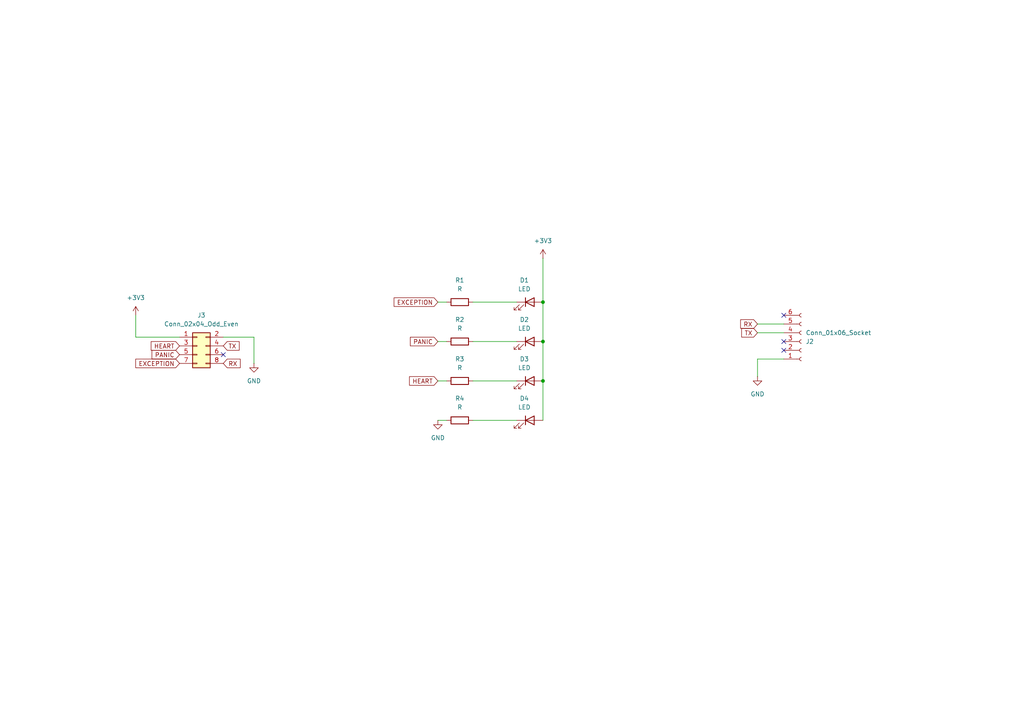
<source format=kicad_sch>
(kicad_sch (version 20250114) (generator "eeschema") (generator_version "9.0")
  (paper "A4")
  (lib_symbols
    (symbol "Connector:Conn_01x06_Socket" (pin_names (offset 1.016) (hide yes))
      (property "Reference" "J" (at 0 7.62 0))
      (property "Value" "Conn_01x06_Socket" (at 0 -10.16 0))
      (symbol "Conn_01x06_Socket_1_1"
        (polyline (pts (xy -1.27 5.08) (xy -0.508 5.08)) (stroke (width 0.1524)))
        (polyline (pts (xy -1.27 2.54) (xy -0.508 2.54)) (stroke (width 0.1524)))
        (polyline (pts (xy -1.27 0) (xy -0.508 0)) (stroke (width 0.1524)))
        (polyline (pts (xy -1.27 -2.54) (xy -0.508 -2.54)) (stroke (width 0.1524)))
        (polyline (pts (xy -1.27 -5.08) (xy -0.508 -5.08)) (stroke (width 0.1524)))
        (polyline (pts (xy -1.27 -7.62) (xy -0.508 -7.62)) (stroke (width 0.1524)))
        (arc (start 0 4.572) (mid -0.5058 5.08) (end 0 5.588) (stroke (width 0.1524)))
        (arc (start 0 2.032) (mid -0.5058 2.54) (end 0 3.048) (stroke (width 0.1524)))
        (arc (start 0 -0.508) (mid -0.5058 0) (end 0 0.508) (stroke (width 0.1524)))
        (arc (start 0 -3.048) (mid -0.5058 -2.54) (end 0 -2.032) (stroke (width 0.1524)))
        (arc (start 0 -5.588) (mid -0.5058 -5.08) (end 0 -4.572) (stroke (width 0.1524)))
        (arc (start 0 -8.128) (mid -0.5058 -7.62) (end 0 -7.112) (stroke (width 0.1524)))
        (pin passive line (at -5.08 5.08 0) (length 3.81) (name "Pin_1") (number "1"))
        (pin passive line (at -5.08 2.54 0) (length 3.81) (name "Pin_2") (number "2"))
        (pin passive line (at -5.08 0 0) (length 3.81) (name "Pin_3") (number "3"))
        (pin passive line (at -5.08 -2.54 0) (length 3.81) (name "Pin_4") (number "4"))
        (pin passive line (at -5.08 -5.08 0) (length 3.81) (name "Pin_5") (number "5"))
        (pin passive line (at -5.08 -7.62 0) (length 3.81) (name "Pin_6") (number "6"))
      )
    )
    (symbol "Connector_Generic:Conn_02x04_Odd_Even" (pin_names (offset 1.016) (hide yes))
      (property "Reference" "J" (at 1.27 5.08 0))
      (property "Value" "Conn_02x04_Odd_Even" (at 1.27 -7.62 0))
      (symbol "Conn_02x04_Odd_Even_1_1"
        (rectangle (start -1.27 3.81) (end 3.81 -6.35) (stroke (width 0.254)) (fill (type background)))
        (rectangle (start -1.27 2.667) (end 0 2.413) (stroke (width 0.1524)))
        (rectangle (start -1.27 0.127) (end 0 -0.127) (stroke (width 0.1524)))
        (rectangle (start -1.27 -2.413) (end 0 -2.667) (stroke (width 0.1524)))
        (rectangle (start -1.27 -4.953) (end 0 -5.207) (stroke (width 0.1524)))
        (rectangle (start 3.81 2.667) (end 2.54 2.413) (stroke (width 0.1524)))
        (rectangle (start 3.81 0.127) (end 2.54 -0.127) (stroke (width 0.1524)))
        (rectangle (start 3.81 -2.413) (end 2.54 -2.667) (stroke (width 0.1524)))
        (rectangle (start 3.81 -4.953) (end 2.54 -5.207) (stroke (width 0.1524)))
        (pin passive line (at -5.08 2.54 0) (length 3.81) (name "Pin_1") (number "1"))
        (pin passive line (at -5.08 0 0) (length 3.81) (name "Pin_3") (number "3"))
        (pin passive line (at -5.08 -2.54 0) (length 3.81) (name "Pin_5") (number "5"))
        (pin passive line (at -5.08 -5.08 0) (length 3.81) (name "Pin_7") (number "7"))
        (pin passive line (at 7.62 2.54 180) (length 3.81) (name "Pin_2") (number "2"))
        (pin passive line (at 7.62 0 180) (length 3.81) (name "Pin_4") (number "4"))
        (pin passive line (at 7.62 -2.54 180) (length 3.81) (name "Pin_6") (number "6"))
        (pin passive line (at 7.62 -5.08 180) (length 3.81) (name "Pin_8") (number "8"))
      )
    )
    (symbol "Device:LED" (pin_numbers (hide yes)) (pin_names (offset 1.016) (hide yes))
      (property "Reference" "D" (at 0 2.54 0))
      (property "Value" "LED" (at 0 -2.54 0))
      (symbol "LED_0_1"
        (polyline (pts (xy -3.048 -0.762) (xy -4.572 -2.286) (xy -3.81 -2.286) (xy -4.572 -2.286) (xy -4.572 -1.524)))
        (polyline (pts (xy -1.778 -0.762) (xy -3.302 -2.286) (xy -2.54 -2.286) (xy -3.302 -2.286) (xy -3.302 -1.524)))
        (polyline (pts (xy -1.27 0) (xy 1.27 0)))
        (polyline (pts (xy -1.27 -1.27) (xy -1.27 1.27)) (stroke (width 0.254)))
        (polyline (pts (xy 1.27 -1.27) (xy 1.27 1.27) (xy -1.27 0) (xy 1.27 -1.27)) (stroke (width 0.254)))
      )
      (symbol "LED_1_1"
        (pin passive line (at -3.81 0 0) (length 2.54) (name "K") (number "1"))
        (pin passive line (at 3.81 0 180) (length 2.54) (name "A") (number "2"))
      )
    )
    (symbol "Device:R" (pin_numbers (hide yes)) (pin_names (offset 0))
      (property "Reference" "R" (at 2.032 0 90))
      (property "Value" "R" (at 0 0 90))
      (symbol "R_0_1"
        (rectangle (start -1.016 -2.54) (end 1.016 2.54) (stroke (width 0.254)))
      )
      (symbol "R_1_1"
        (pin passive line (at 0 3.81 270) (length 1.27) (name "~") (number "1"))
        (pin passive line (at 0 -3.81 90) (length 1.27) (name "~") (number "2"))
      )
    )
    (symbol "power:+3V3" (power) (pin_numbers (hide yes)) (pin_names (offset 0) (hide yes))
      (property "Value" "+3V3" (at 0 3.556 0))
      (symbol "+3V3_0_1"
        (polyline (pts (xy -0.762 1.27) (xy 0 2.54)))
        (polyline (pts (xy 0 2.54) (xy 0.762 1.27)))
        (polyline (pts (xy 0 0) (xy 0 2.54)))
      )
      (symbol "+3V3_1_1"
        (pin power_in line (at 0 0 90) (length 0) (name "~") (number "1"))
      )
    )
    (symbol "power:GND" (power) (pin_numbers (hide yes)) (pin_names (offset 0) (hide yes))
      (property "Value" "GND" (at 0 -3.81 0))
      (symbol "GND_0_1"
        (polyline (pts (xy 0 0) (xy 0 -1.27) (xy 1.27 -1.27) (xy 0 -2.54) (xy -1.27 -1.27) (xy 0 -1.27)))
      )
      (symbol "GND_1_1"
        (pin power_in line (at 0 0 270) (length 0) (name "~") (number "1"))
      )
    )
  )
  (junction (at 157.48 87.63))
  (junction (at 157.48 110.49))
  (junction (at 157.48 99.06))
  (no_connect (at 227.33 101.6))
  (no_connect (at 227.33 91.44))
  (no_connect (at 64.77 102.87))
  (no_connect (at 227.33 99.06))
  (wire (pts (xy 157.48 110.49) (xy 157.48 121.92)))
  (wire (pts (xy 157.48 74.93) (xy 157.48 87.63)))
  (wire (pts (xy 73.66 97.79) (xy 73.66 105.41)))
  (wire (pts (xy 127 110.49) (xy 129.54 110.49)))
  (wire (pts (xy 137.16 99.06) (xy 149.86 99.06)))
  (wire (pts (xy 127 87.63) (xy 129.54 87.63)))
  (wire (pts (xy 219.71 93.98) (xy 227.33 93.98)))
  (wire (pts (xy 137.16 110.49) (xy 149.86 110.49)))
  (wire (pts (xy 157.48 87.63) (xy 157.48 99.06)))
  (wire (pts (xy 127 121.92) (xy 129.54 121.92)))
  (wire (pts (xy 52.07 97.79) (xy 39.37 97.79)))
  (wire (pts (xy 157.48 99.06) (xy 157.48 110.49)))
  (wire (pts (xy 137.16 87.63) (xy 149.86 87.63)))
  (wire (pts (xy 219.71 96.52) (xy 227.33 96.52)))
  (wire (pts (xy 127 99.06) (xy 129.54 99.06)))
  (wire (pts (xy 137.16 121.92) (xy 149.86 121.92)))
  (wire (pts (xy 39.37 97.79) (xy 39.37 91.44)))
  (wire (pts (xy 219.71 104.14) (xy 227.33 104.14)))
  (wire (pts (xy 64.77 97.79) (xy 73.66 97.79)))
  (wire (pts (xy 219.71 109.22) (xy 219.71 104.14)))
  (global_label "RX" (shape input) (at 219.71 93.98 180) (property "Intersheetrefs" "${INTERSHEET_REFS}" (effects (hide yes))))
  (global_label "TX" (shape input) (at 219.71 96.52 180) (property "Intersheetrefs" "${INTERSHEET_REFS}" (effects (hide yes))))
  (global_label "RX" (shape input) (at 64.77 105.41 0) (property "Intersheetrefs" "${INTERSHEET_REFS}" (effects (hide yes))))
  (global_label "HEART" (shape input) (at 52.07 100.33 180) (property "Intersheetrefs" "${INTERSHEET_REFS}" (effects (hide yes))))
  (global_label "TX" (shape input) (at 64.77 100.33 0) (property "Intersheetrefs" "${INTERSHEET_REFS}" (effects (hide yes))))
  (global_label "PANIC" (shape input) (at 127 99.06 180) (property "Intersheetrefs" "${INTERSHEET_REFS}" (effects (hide yes))))
  (global_label "EXCEPTION" (shape input) (at 52.07 105.41 180) (property "Intersheetrefs" "${INTERSHEET_REFS}" (effects (hide yes))))
  (global_label "HEART" (shape input) (at 127 110.49 180) (property "Intersheetrefs" "${INTERSHEET_REFS}" (effects (hide yes))))
  (global_label "PANIC" (shape input) (at 52.07 102.87 180) (property "Intersheetrefs" "${INTERSHEET_REFS}" (effects (hide yes))))
  (global_label "EXCEPTION" (shape input) (at 127 87.63 180) (property "Intersheetrefs" "${INTERSHEET_REFS}" (effects (hide yes))))
  (symbol (lib_id "power:GND") (at 127 121.92 0) (unit 1)
    (property "Reference" "#PWR03" (effects (hide yes)))
    (property "Value" "GND" (at 127 127 0))
    (property "Description" "Power symbol creates a global label with name \"GND\" , ground" (effects (hide yes)))
  )
  (symbol (lib_id "Connector:Conn_01x06_Socket") (at 232.41 99.06 0) (mirror x) (unit 1)
    (property "Reference" "J2" (at 233.68 99.0601 0) (effects (justify left)))
    (property "Value" "Conn_01x06_Socket" (at 233.68 96.5201 0) (effects (justify left)))
    (property "Footprint" "Connector_PinSocket_2.54mm:PinSocket_1x06_P2.54mm_Horizontal" (effects (hide yes)))
    (property "Description" "Generic connector, single row, 01x06, script generated" (effects (hide yes)))
  )
  (symbol (lib_id "power:+3V3") (at 39.37 91.44 0) (unit 1)
    (property "Reference" "#PWR04" (effects (hide yes)))
    (property "Value" "+3V3" (at 39.37 86.36 0))
    (property "Description" "Power symbol creates a global label with name \"+3V3\"" (effects (hide yes)))
  )
  (symbol (lib_id "Device:LED") (at 153.67 121.92 0) (unit 1)
    (property "Reference" "D4" (at 152.0825 115.57 0))
    (property "Value" "LED" (at 152.0825 118.11 0))
    (property "Footprint" "LED_SMD:LED_1206_3216Metric_Pad1.42x1.75mm_HandSolder" (effects (hide yes)))
    (property "Description" "Light emitting diode" (effects (hide yes)))
    (property "Sim.Pins" "1=K 2=A" (effects (hide yes)))
  )
  (symbol (lib_id "Device:R") (at 133.35 87.63 90) (unit 1)
    (property "Reference" "R1" (at 133.35 81.28 90))
    (property "Value" "R" (at 133.35 83.82 90))
    (property "Footprint" "Resistor_SMD:R_1206_3216Metric_Pad1.30x1.75mm_HandSolder" (effects (hide yes)))
    (property "Description" "Resistor" (effects (hide yes)))
  )
  (symbol (lib_id "Device:LED") (at 153.67 110.49 0) (unit 1)
    (property "Reference" "D3" (at 152.0825 104.14 0))
    (property "Value" "LED" (at 152.0825 106.68 0))
    (property "Footprint" "LED_SMD:LED_1206_3216Metric_Pad1.42x1.75mm_HandSolder" (effects (hide yes)))
    (property "Description" "Light emitting diode" (effects (hide yes)))
    (property "Sim.Pins" "1=K 2=A" (effects (hide yes)))
  )
  (symbol (lib_id "Connector_Generic:Conn_02x04_Odd_Even") (at 57.15 100.33 0) (unit 1)
    (property "Reference" "J3" (at 58.42 91.44 0))
    (property "Value" "Conn_02x04_Odd_Even" (at 58.42 93.98 0))
    (property "Footprint" "Connector_PinHeader_2.54mm:PinHeader_2x04_P2.54mm_Horizontal" (effects (hide yes)))
    (property "Description" "Generic connector, double row, 02x04, odd/even pin numbering scheme (row 1 odd numbers, row 2 even numbers), script generated (kicad-library-utils/schlib/autogen/connector/)" (effects (hide yes)))
  )
  (symbol (lib_id "power:+3V3") (at 157.48 74.93 0) (unit 1)
    (property "Reference" "#PWR02" (effects (hide yes)))
    (property "Value" "+3V3" (at 157.48 69.85 0))
    (property "Description" "Power symbol creates a global label with name \"+3V3\"" (effects (hide yes)))
  )
  (symbol (lib_id "Device:R") (at 133.35 121.92 90) (unit 1)
    (property "Reference" "R4" (at 133.35 115.57 90))
    (property "Value" "R" (at 133.35 118.11 90))
    (property "Footprint" "Resistor_SMD:R_1206_3216Metric_Pad1.30x1.75mm_HandSolder" (effects (hide yes)))
    (property "Description" "Resistor" (effects (hide yes)))
  )
  (symbol (lib_id "Device:R") (at 133.35 99.06 90) (unit 1)
    (property "Reference" "R2" (at 133.35 92.71 90))
    (property "Value" "R" (at 133.35 95.25 90))
    (property "Footprint" "Resistor_SMD:R_1206_3216Metric_Pad1.30x1.75mm_HandSolder" (effects (hide yes)))
    (property "Description" "Resistor" (effects (hide yes)))
  )
  (symbol (lib_id "power:GND") (at 73.66 105.41 0) (unit 1)
    (property "Reference" "#PWR05" (effects (hide yes)))
    (property "Value" "GND" (at 73.66 110.49 0))
    (property "Description" "Power symbol creates a global label with name \"GND\" , ground" (effects (hide yes)))
  )
  (symbol (lib_id "Device:R") (at 133.35 110.49 90) (unit 1)
    (property "Reference" "R3" (at 133.35 104.14 90))
    (property "Value" "R" (at 133.35 106.68 90))
    (property "Footprint" "Resistor_SMD:R_1206_3216Metric_Pad1.30x1.75mm_HandSolder" (effects (hide yes)))
    (property "Description" "Resistor" (effects (hide yes)))
  )
  (symbol (lib_id "power:GND") (at 219.71 109.22 0) (unit 1)
    (property "Reference" "#PWR01" (effects (hide yes)))
    (property "Value" "GND" (at 219.71 114.3 0))
    (property "Description" "Power symbol creates a global label with name \"GND\" , ground" (effects (hide yes)))
  )
  (symbol (lib_id "Device:LED") (at 153.67 87.63 0) (unit 1)
    (property "Reference" "D1" (at 152.0825 81.28 0))
    (property "Value" "LED" (at 152.0825 83.82 0))
    (property "Footprint" "LED_SMD:LED_1206_3216Metric_Pad1.42x1.75mm_HandSolder" (effects (hide yes)))
    (property "Description" "Light emitting diode" (effects (hide yes)))
    (property "Sim.Pins" "1=K 2=A" (effects (hide yes)))
  )
  (symbol (lib_id "Device:LED") (at 153.67 99.06 0) (unit 1)
    (property "Reference" "D2" (at 152.0825 92.71 0))
    (property "Value" "LED" (at 152.0825 95.25 0))
    (property "Footprint" "LED_SMD:LED_1206_3216Metric_Pad1.42x1.75mm_HandSolder" (effects (hide yes)))
    (property "Description" "Light emitting diode" (effects (hide yes)))
    (property "Sim.Pins" "1=K 2=A" (effects (hide yes)))
  )
)
</source>
